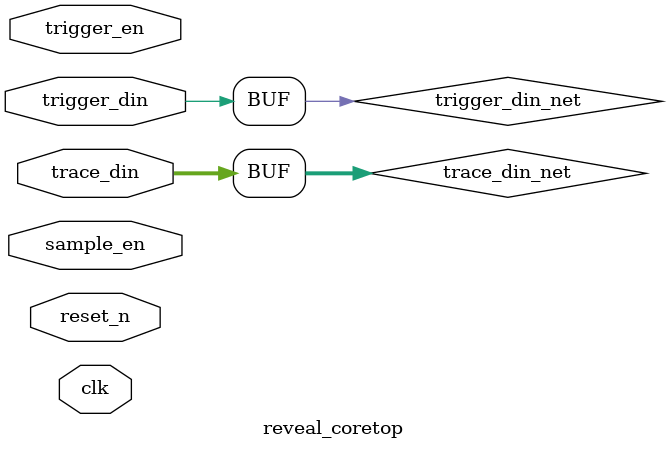
<source format=v>


module reveal_coretop(
    clk,
    reset_n,
    trigger_din,
    sample_en,
    trigger_en,
    
    trace_din
)/* synthesis syn_hier="hard" */;

///////// PARAMETERS for IO port///////////////
parameter NUM_CORES   = 1;
parameter TOTAL_TRIGGER_DIN= 1;
parameter TOTAL_TRACE_DIN= 8;

///////// IO port define //////////
input  [NUM_CORES-1:0] clk;
input  [NUM_CORES-1:0] reset_n;

input  [TOTAL_TRIGGER_DIN-1:0] trigger_din;
input  [TOTAL_TRACE_DIN -1:0] trace_din;

// other io ports defines, including the triggered out signals
input sample_en;
input [0:0] trigger_en;



/// wires for interconnection ///
wire [NUM_CORES-1:0] trigger_out;
wire [NUM_CORES-1:0] jtck;
wire [NUM_CORES-1:0] jrstn;
wire [NUM_CORES-1:0] jce2;
wire [NUM_CORES-1:0] jtdi;
wire [NUM_CORES-1:0] er2_tdo;
wire [NUM_CORES-1:0] jshift;
wire [NUM_CORES-1:0] jupdate;
wire [NUM_CORES-1:0] ip_enable;
wire [7:0] trace_din_net;
wire [0:0] trigger_din_net;

assign trace_din_net[0] = trace_din[0];
assign trace_din_net[1] = trace_din[1];
assign trace_din_net[2] = trace_din[2];
assign trace_din_net[3] = trace_din[3];
assign trace_din_net[4] = trace_din[4];
assign trace_din_net[5] = trace_din[5];
assign trace_din_net[6] = trace_din[6];
assign trace_din_net[7] = trace_din[7];


assign trigger_din_net[0] = trigger_din[0];






////// core instances //////

counter_la0 counter_la0_inst_0(
   .clk    (clk[0]),
   .reset_n    (reset_n[0]),
   .jtck    (jtck[0]),
   .jrstn    (jrstn[0]),
   .jce2    (jce2[0]),
   .jtdi    (jtdi[0]),
   .er2_tdo    (er2_tdo[0]),
   .jshift    (jshift[0]),
   .jupdate    (jupdate[0]),
   .trigger_din_0    (trigger_din_net[0:0]),
   .trace_din    (trace_din_net[7:0]),
   .sample_en    (sample_en),
   .trigger_en    (trigger_en[0]),
   .ip_enable    (ip_enable[0])
)/*synthesis syn_noprune=1*/; 

jtagconn16 jtagconn16_inst_0(
   .jtck    (jtck[0]),
   .jtdi    (jtdi[0]),
   .jshift    (jshift[0]),
   .jupdate    (jupdate[0]),
   .jrstn    (jrstn[0]),
   .jce2    (jce2[0]),
   .ip_enable    (ip_enable[0]),
   .er2_tdo    (er2_tdo[0])
)/*synthesis JTAG_IP="REVEAL"*//*synthesis IP_ID="0"*//* synthesis HUB_ID="0"*//*synthesis syn_noprune=1*/; 

//exemplar attribute jtagconn16_inst_0 JTAG_IP "REVEAL"
//exemplar attribute jtagconn16_inst_0 IP_ID "0"
//exemplar attribute jtagconn16_inst_0 HUB_ID "0"


endmodule
</source>
